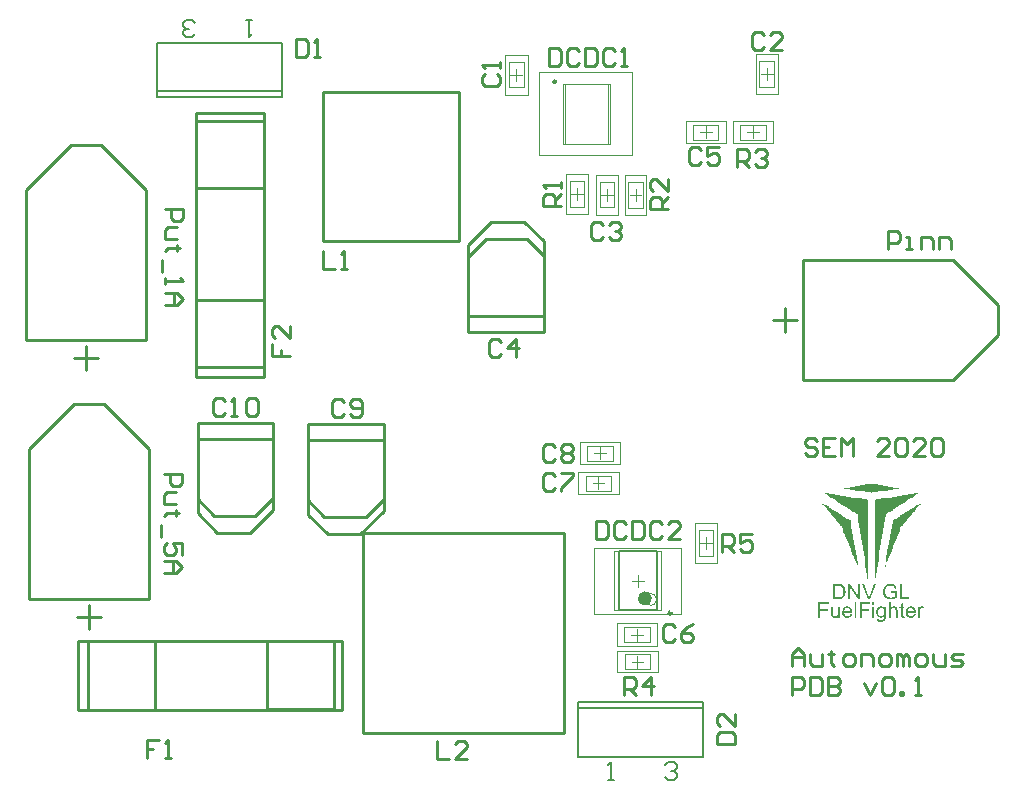
<source format=gto>
G04*
G04 #@! TF.GenerationSoftware,Altium Limited,Altium Designer,19.1.8 (144)*
G04*
G04 Layer_Color=65535*
%FSLAX25Y25*%
%MOIN*%
G70*
G01*
G75*
%ADD10C,0.02362*%
%ADD11C,0.00984*%
%ADD12C,0.01000*%
%ADD13C,0.00787*%
%ADD14C,0.00394*%
%ADD15C,0.00591*%
%ADD16C,0.00197*%
G36*
X283678Y100065D02*
X285432D01*
Y99773D01*
X287185D01*
Y99481D01*
X288939D01*
Y99189D01*
X290692D01*
Y98896D01*
X292446D01*
Y98604D01*
X290692D01*
Y98312D01*
X288939D01*
Y98019D01*
X287185D01*
Y97727D01*
X285432D01*
Y97435D01*
X283678D01*
Y97143D01*
X283093D01*
Y97435D01*
X281340D01*
Y97727D01*
X279586D01*
Y98019D01*
X277833D01*
Y98312D01*
X276079D01*
Y98604D01*
X274325D01*
Y98896D01*
X276079D01*
Y99189D01*
X277833D01*
Y99481D01*
X279586D01*
Y99773D01*
X281340D01*
Y100065D01*
X283093D01*
Y100358D01*
X283678D01*
Y100065D01*
D02*
G37*
G36*
X299753Y93343D02*
X299461D01*
Y93051D01*
X299168D01*
Y92759D01*
X298876D01*
Y92466D01*
X298584D01*
Y92174D01*
X298291D01*
Y91882D01*
Y91589D01*
X297999D01*
Y91297D01*
X297707D01*
Y91005D01*
X297415D01*
Y90713D01*
X297122D01*
Y90420D01*
X296830D01*
Y90128D01*
Y89836D01*
X296538D01*
Y89544D01*
X296246D01*
Y89251D01*
X295953D01*
Y88959D01*
X295661D01*
Y88667D01*
X295369D01*
Y88375D01*
Y88082D01*
X295076D01*
Y87790D01*
X294784D01*
Y87498D01*
X294492D01*
Y87205D01*
X294200D01*
Y86913D01*
X293907D01*
Y86621D01*
Y86329D01*
X293615D01*
Y86036D01*
X293323D01*
Y85744D01*
X293031D01*
Y85452D01*
Y85159D01*
Y84867D01*
X292738D01*
Y84575D01*
Y84283D01*
X292446D01*
Y83990D01*
Y83698D01*
Y83406D01*
X292154D01*
Y83114D01*
Y82821D01*
X291862D01*
Y82529D01*
Y82237D01*
Y81945D01*
X291569D01*
Y81652D01*
Y81360D01*
X291277D01*
Y81068D01*
Y80775D01*
Y80483D01*
X290985D01*
Y80191D01*
Y79899D01*
X290692D01*
Y79606D01*
Y79314D01*
Y79022D01*
X290400D01*
Y78729D01*
Y78437D01*
X290108D01*
Y78145D01*
Y77853D01*
Y77560D01*
X289816D01*
Y77268D01*
Y76976D01*
X289523D01*
Y76684D01*
Y76391D01*
Y76099D01*
X289231D01*
Y75807D01*
Y75515D01*
X288939D01*
Y75222D01*
Y74930D01*
Y74638D01*
X288647D01*
Y74345D01*
Y74053D01*
X288354D01*
Y73761D01*
Y73469D01*
Y73176D01*
X288062D01*
Y73469D01*
Y73761D01*
Y74053D01*
Y74345D01*
Y74638D01*
Y74930D01*
X288354D01*
Y75222D01*
Y75515D01*
Y75807D01*
Y76099D01*
Y76391D01*
Y76684D01*
X288647D01*
Y76976D01*
Y77268D01*
Y77560D01*
Y77853D01*
Y78145D01*
Y78437D01*
X288939D01*
Y78729D01*
Y79022D01*
Y79314D01*
Y79606D01*
Y79899D01*
X289231D01*
Y80191D01*
Y80483D01*
Y80775D01*
Y81068D01*
Y81360D01*
Y81652D01*
X289523D01*
Y81945D01*
Y82237D01*
Y82529D01*
Y82821D01*
Y83114D01*
Y83406D01*
X289816D01*
Y83698D01*
Y83990D01*
Y84283D01*
Y84575D01*
Y84867D01*
Y85159D01*
X290108D01*
Y85452D01*
Y85744D01*
Y86036D01*
Y86329D01*
Y86621D01*
Y86913D01*
X290400D01*
Y87205D01*
Y87498D01*
Y87790D01*
Y88082D01*
X290985D01*
Y88375D01*
X291277D01*
Y88667D01*
X291862D01*
Y88959D01*
X292154D01*
Y89251D01*
X292738D01*
Y89544D01*
X293031D01*
Y89836D01*
X293615D01*
Y90128D01*
X294200D01*
Y90420D01*
X294492D01*
Y90713D01*
X295076D01*
Y91005D01*
X295369D01*
Y91297D01*
X295953D01*
Y91589D01*
X296246D01*
Y91882D01*
X296830D01*
Y92174D01*
X297415D01*
Y92466D01*
X297707D01*
Y92759D01*
X298291D01*
Y93051D01*
X298584D01*
Y93343D01*
X299168D01*
Y93635D01*
X299753D01*
Y93343D01*
D02*
G37*
G36*
X267603D02*
X268187D01*
Y93051D01*
X268480D01*
Y92759D01*
X269064D01*
Y92466D01*
X269357D01*
Y92174D01*
X269941D01*
Y91882D01*
X270233D01*
Y91589D01*
X270818D01*
Y91297D01*
X271403D01*
Y91005D01*
X271695D01*
Y90713D01*
X272279D01*
Y90420D01*
X272572D01*
Y90128D01*
X273156D01*
Y89836D01*
X273448D01*
Y89544D01*
X274033D01*
Y89251D01*
X274618D01*
Y88959D01*
X274910D01*
Y88667D01*
X275494D01*
Y88375D01*
X275787D01*
Y88082D01*
X276371D01*
Y87790D01*
Y87498D01*
Y87205D01*
Y86913D01*
X276663D01*
Y86621D01*
Y86329D01*
Y86036D01*
Y85744D01*
Y85452D01*
Y85159D01*
X276956D01*
Y84867D01*
Y84575D01*
Y84283D01*
Y83990D01*
Y83698D01*
Y83406D01*
X277248D01*
Y83114D01*
Y82821D01*
Y82529D01*
Y82237D01*
Y81945D01*
Y81652D01*
X277540D01*
Y81360D01*
Y81068D01*
Y80775D01*
Y80483D01*
Y80191D01*
Y79899D01*
X277833D01*
Y79606D01*
Y79314D01*
Y79022D01*
Y78729D01*
Y78437D01*
Y78145D01*
X278125D01*
Y77853D01*
Y77560D01*
Y77268D01*
Y76976D01*
Y76684D01*
Y76391D01*
X278417D01*
Y76099D01*
Y75807D01*
Y75515D01*
Y75222D01*
Y74930D01*
Y74638D01*
X278709D01*
Y74345D01*
Y74053D01*
Y73761D01*
Y73469D01*
Y73176D01*
X278417D01*
Y73469D01*
Y73761D01*
X278125D01*
Y74053D01*
Y74345D01*
Y74638D01*
X277833D01*
Y74930D01*
Y75222D01*
X277540D01*
Y75515D01*
Y75807D01*
Y76099D01*
X277248D01*
Y76391D01*
Y76684D01*
X276956D01*
Y76976D01*
Y77268D01*
Y77560D01*
X276663D01*
Y77853D01*
Y78145D01*
X276371D01*
Y78437D01*
Y78729D01*
Y79022D01*
X276079D01*
Y79314D01*
Y79606D01*
X275787D01*
Y79899D01*
Y80191D01*
Y80483D01*
X275494D01*
Y80775D01*
Y81068D01*
X275202D01*
Y81360D01*
Y81652D01*
Y81945D01*
X274910D01*
Y82237D01*
Y82529D01*
X274618D01*
Y82821D01*
Y83114D01*
Y83406D01*
X274325D01*
Y83698D01*
Y83990D01*
X274033D01*
Y84283D01*
Y84575D01*
Y84867D01*
X273741D01*
Y85159D01*
Y85452D01*
X273448D01*
Y85744D01*
Y86036D01*
X273156D01*
Y86329D01*
X272864D01*
Y86621D01*
Y86913D01*
X272572D01*
Y87205D01*
X272279D01*
Y87498D01*
X271987D01*
Y87790D01*
X271695D01*
Y88082D01*
X271403D01*
Y88375D01*
Y88667D01*
X271110D01*
Y88959D01*
X270818D01*
Y89251D01*
X270526D01*
Y89544D01*
X270233D01*
Y89836D01*
X269941D01*
Y90128D01*
Y90420D01*
X269649D01*
Y90713D01*
X269357D01*
Y91005D01*
X269064D01*
Y91297D01*
X268772D01*
Y91589D01*
X268480D01*
Y91882D01*
Y92174D01*
X268187D01*
Y92466D01*
X267895D01*
Y92759D01*
X267603D01*
Y93051D01*
X267311D01*
Y93343D01*
X267018D01*
Y93635D01*
X267603D01*
Y93343D01*
D02*
G37*
G36*
X288062Y72884D02*
Y72592D01*
X287770D01*
Y72884D01*
Y73176D01*
X288062D01*
Y72884D01*
D02*
G37*
G36*
X279001Y72592D02*
Y72299D01*
X278709D01*
Y72592D01*
Y72884D01*
X279001D01*
Y72592D01*
D02*
G37*
G36*
X298876Y96850D02*
X298291D01*
Y96558D01*
X297999D01*
Y96266D01*
X297415D01*
Y95973D01*
X297122D01*
Y95681D01*
X296538D01*
Y95389D01*
X296246D01*
Y95097D01*
X295661D01*
Y94804D01*
X295369D01*
Y94512D01*
X294784D01*
Y94220D01*
X294492D01*
Y93928D01*
X293907D01*
Y93635D01*
X293323D01*
Y93343D01*
X293031D01*
Y93051D01*
X292446D01*
Y92759D01*
X292154D01*
Y92466D01*
X291569D01*
Y92174D01*
X291277D01*
Y91882D01*
X290692D01*
Y91589D01*
X290400D01*
Y91297D01*
X289816D01*
Y91005D01*
X289523D01*
Y90713D01*
X288939D01*
Y90420D01*
X288647D01*
Y90128D01*
X288062D01*
Y89836D01*
Y89544D01*
Y89251D01*
X287770D01*
Y88959D01*
Y88667D01*
Y88375D01*
Y88082D01*
Y87790D01*
Y87498D01*
X287477D01*
Y87205D01*
Y86913D01*
Y86621D01*
Y86329D01*
Y86036D01*
Y85744D01*
Y85452D01*
X287185D01*
Y85159D01*
Y84867D01*
Y84575D01*
Y84283D01*
Y83990D01*
Y83698D01*
X286893D01*
Y83406D01*
Y83114D01*
Y82821D01*
Y82529D01*
Y82237D01*
Y81945D01*
X286601D01*
Y81652D01*
Y81360D01*
Y81068D01*
Y80775D01*
Y80483D01*
Y80191D01*
Y79899D01*
X286308D01*
Y79606D01*
Y79314D01*
Y79022D01*
Y78729D01*
Y78437D01*
Y78145D01*
X286016D01*
Y77853D01*
Y77560D01*
Y77268D01*
Y76976D01*
Y76684D01*
Y76391D01*
Y76099D01*
X285724D01*
Y75807D01*
Y75515D01*
Y75222D01*
Y74930D01*
Y74638D01*
Y74345D01*
X285432D01*
Y74053D01*
Y73761D01*
Y73469D01*
Y73176D01*
Y72884D01*
Y72592D01*
X285139D01*
Y72299D01*
Y72007D01*
Y71715D01*
Y71423D01*
Y71130D01*
Y70838D01*
Y70546D01*
X284847D01*
Y70254D01*
Y69961D01*
Y69669D01*
Y69377D01*
Y69085D01*
Y68792D01*
X284555D01*
Y69085D01*
Y69377D01*
Y69669D01*
Y69961D01*
Y70254D01*
Y70546D01*
Y70838D01*
Y71130D01*
Y71423D01*
Y71715D01*
Y72007D01*
Y72299D01*
Y72592D01*
Y72884D01*
Y73176D01*
Y73469D01*
Y73761D01*
Y74053D01*
Y74345D01*
Y74638D01*
Y74930D01*
Y75222D01*
Y75515D01*
Y75807D01*
Y76099D01*
Y76391D01*
Y76684D01*
Y76976D01*
Y77268D01*
Y77560D01*
Y77853D01*
Y78145D01*
Y78437D01*
Y78729D01*
Y79022D01*
Y79314D01*
Y79606D01*
Y79899D01*
Y80191D01*
Y80483D01*
Y80775D01*
Y81068D01*
Y81360D01*
Y81652D01*
Y81945D01*
Y82237D01*
Y82529D01*
Y82821D01*
Y83114D01*
Y83406D01*
Y83698D01*
Y83990D01*
Y84283D01*
Y84575D01*
Y84867D01*
Y85159D01*
Y85452D01*
Y85744D01*
Y86036D01*
Y86329D01*
Y86621D01*
Y86913D01*
Y87205D01*
Y87498D01*
Y87790D01*
Y88082D01*
Y88375D01*
Y88667D01*
Y88959D01*
Y89251D01*
Y89544D01*
Y89836D01*
Y90128D01*
Y90420D01*
Y90713D01*
Y91005D01*
Y91297D01*
Y91589D01*
Y91882D01*
Y92174D01*
Y92466D01*
Y92759D01*
Y93051D01*
Y93343D01*
Y93635D01*
Y93928D01*
Y94220D01*
Y94512D01*
Y94804D01*
X284847D01*
Y95097D01*
X286601D01*
Y95389D01*
X288354D01*
Y95681D01*
X290108D01*
Y95973D01*
X291862D01*
Y96266D01*
X293615D01*
Y96558D01*
X295661D01*
Y96850D01*
X297415D01*
Y97143D01*
X298876D01*
Y96850D01*
D02*
G37*
G36*
X269357D02*
X271110D01*
Y96558D01*
X272864D01*
Y96266D01*
X274910D01*
Y95973D01*
X276663D01*
Y95681D01*
X278417D01*
Y95389D01*
X280171D01*
Y95097D01*
X281924D01*
Y94804D01*
X282217D01*
Y94512D01*
Y94220D01*
Y93928D01*
Y93635D01*
Y93343D01*
Y93051D01*
Y92759D01*
Y92466D01*
Y92174D01*
Y91882D01*
Y91589D01*
Y91297D01*
Y91005D01*
Y90713D01*
Y90420D01*
Y90128D01*
Y89836D01*
Y89544D01*
Y89251D01*
Y88959D01*
Y88667D01*
Y88375D01*
Y88082D01*
Y87790D01*
Y87498D01*
Y87205D01*
Y86913D01*
Y86621D01*
Y86329D01*
Y86036D01*
Y85744D01*
Y85452D01*
Y85159D01*
Y84867D01*
Y84575D01*
Y84283D01*
Y83990D01*
Y83698D01*
Y83406D01*
Y83114D01*
Y82821D01*
Y82529D01*
Y82237D01*
Y81945D01*
Y81652D01*
Y81360D01*
Y81068D01*
Y80775D01*
Y80483D01*
Y80191D01*
Y79899D01*
Y79606D01*
Y79314D01*
Y79022D01*
Y78729D01*
Y78437D01*
Y78145D01*
Y77853D01*
Y77560D01*
Y77268D01*
Y76976D01*
Y76684D01*
Y76391D01*
Y76099D01*
Y75807D01*
Y75515D01*
Y75222D01*
Y74930D01*
Y74638D01*
Y74345D01*
Y74053D01*
Y73761D01*
Y73469D01*
Y73176D01*
Y72884D01*
Y72592D01*
Y72299D01*
Y72007D01*
Y71715D01*
Y71423D01*
Y71130D01*
Y70838D01*
Y70546D01*
Y70254D01*
Y69961D01*
Y69669D01*
Y69377D01*
Y69085D01*
Y68792D01*
Y68500D01*
X281924D01*
Y68792D01*
Y69085D01*
Y69377D01*
Y69669D01*
Y69961D01*
Y70254D01*
Y70546D01*
X281632D01*
Y70838D01*
Y71130D01*
Y71423D01*
Y71715D01*
Y72007D01*
Y72299D01*
X281340D01*
Y72592D01*
Y72884D01*
Y73176D01*
Y73469D01*
Y73761D01*
Y74053D01*
Y74345D01*
X281047D01*
Y74638D01*
Y74930D01*
Y75222D01*
Y75515D01*
Y75807D01*
Y76099D01*
X280755D01*
Y76391D01*
Y76684D01*
Y76976D01*
Y77268D01*
Y77560D01*
Y77853D01*
X280463D01*
Y78145D01*
Y78437D01*
Y78729D01*
Y79022D01*
Y79314D01*
Y79606D01*
Y79899D01*
X280171D01*
Y80191D01*
Y80483D01*
Y80775D01*
Y81068D01*
Y81360D01*
Y81652D01*
X279878D01*
Y81945D01*
Y82237D01*
Y82529D01*
Y82821D01*
Y83114D01*
Y83406D01*
Y83698D01*
X279586D01*
Y83990D01*
Y84283D01*
Y84575D01*
Y84867D01*
Y85159D01*
Y85452D01*
X279294D01*
Y85744D01*
Y86036D01*
Y86329D01*
Y86621D01*
Y86913D01*
Y87205D01*
X279001D01*
Y87498D01*
Y87790D01*
Y88082D01*
Y88375D01*
Y88667D01*
Y88959D01*
Y89251D01*
X278709D01*
Y89544D01*
Y89836D01*
Y90128D01*
X278125D01*
Y90420D01*
X277833D01*
Y90713D01*
X277248D01*
Y91005D01*
X276956D01*
Y91297D01*
X276371D01*
Y91589D01*
X276079D01*
Y91882D01*
X275494D01*
Y92174D01*
X275202D01*
Y92466D01*
X274618D01*
Y92759D01*
X274033D01*
Y93051D01*
X273741D01*
Y93343D01*
X273156D01*
Y93635D01*
X272864D01*
Y93928D01*
X272279D01*
Y94220D01*
X271987D01*
Y94512D01*
X271403D01*
Y94804D01*
X271110D01*
Y95097D01*
X270526D01*
Y95389D01*
X270233D01*
Y95681D01*
X269649D01*
Y95973D01*
X269357D01*
Y96266D01*
X268772D01*
Y96558D01*
X268480D01*
Y96850D01*
X267895D01*
Y97143D01*
X269357D01*
Y96850D01*
D02*
G37*
G36*
X289878Y66947D02*
X289936D01*
X290074Y66932D01*
X290228Y66910D01*
X290388Y66874D01*
X290563Y66830D01*
X290731Y66772D01*
X290738D01*
X290752Y66764D01*
X290774Y66757D01*
X290803Y66742D01*
X290884Y66699D01*
X290986Y66648D01*
X291095Y66575D01*
X291212Y66487D01*
X291321Y66392D01*
X291423Y66276D01*
X291438Y66261D01*
X291467Y66217D01*
X291511Y66152D01*
X291569Y66057D01*
X291627Y65940D01*
X291693Y65795D01*
X291758Y65634D01*
X291810Y65452D01*
X291204Y65292D01*
Y65299D01*
X291197Y65306D01*
X291190Y65328D01*
X291182Y65357D01*
X291161Y65423D01*
X291131Y65510D01*
X291088Y65612D01*
X291037Y65707D01*
X290986Y65809D01*
X290920Y65897D01*
X290913Y65904D01*
X290891Y65933D01*
X290847Y65970D01*
X290796Y66021D01*
X290731Y66079D01*
X290643Y66137D01*
X290548Y66196D01*
X290439Y66247D01*
X290424Y66254D01*
X290388Y66268D01*
X290322Y66290D01*
X290235Y66320D01*
X290133Y66341D01*
X290016Y66363D01*
X289885Y66378D01*
X289746Y66385D01*
X289666D01*
X289630Y66378D01*
X289586D01*
X289477Y66370D01*
X289353Y66349D01*
X289214Y66327D01*
X289083Y66290D01*
X288952Y66239D01*
X288937Y66232D01*
X288893Y66217D01*
X288835Y66181D01*
X288762Y66145D01*
X288675Y66086D01*
X288580Y66028D01*
X288492Y65955D01*
X288412Y65875D01*
X288405Y65868D01*
X288376Y65838D01*
X288339Y65787D01*
X288296Y65729D01*
X288245Y65656D01*
X288194Y65569D01*
X288143Y65474D01*
X288092Y65372D01*
Y65364D01*
X288084Y65350D01*
X288077Y65328D01*
X288062Y65292D01*
X288048Y65248D01*
X288033Y65197D01*
X288011Y65139D01*
X287997Y65073D01*
X287960Y64920D01*
X287931Y64745D01*
X287909Y64563D01*
X287902Y64359D01*
Y64351D01*
Y64329D01*
Y64293D01*
X287909Y64249D01*
Y64191D01*
X287917Y64118D01*
X287924Y64045D01*
X287931Y63965D01*
X287960Y63783D01*
X287997Y63593D01*
X288055Y63403D01*
X288128Y63221D01*
Y63214D01*
X288143Y63199D01*
X288150Y63178D01*
X288172Y63148D01*
X288223Y63068D01*
X288303Y62966D01*
X288398Y62857D01*
X288514Y62747D01*
X288653Y62645D01*
X288806Y62551D01*
X288813D01*
X288828Y62543D01*
X288850Y62529D01*
X288886Y62514D01*
X288923Y62499D01*
X288974Y62485D01*
X289090Y62441D01*
X289236Y62405D01*
X289397Y62368D01*
X289571Y62339D01*
X289754Y62332D01*
X289827D01*
X289870Y62339D01*
X289914D01*
X290023Y62354D01*
X290155Y62368D01*
X290293Y62397D01*
X290446Y62441D01*
X290599Y62492D01*
X290607D01*
X290621Y62499D01*
X290636Y62507D01*
X290665Y62521D01*
X290745Y62558D01*
X290833Y62602D01*
X290935Y62653D01*
X291044Y62711D01*
X291146Y62777D01*
X291233Y62849D01*
Y63797D01*
X289746D01*
Y64395D01*
X291890D01*
Y62521D01*
X291882Y62514D01*
X291868Y62507D01*
X291839Y62485D01*
X291802Y62456D01*
X291758Y62427D01*
X291707Y62390D01*
X291642Y62347D01*
X291576Y62303D01*
X291423Y62208D01*
X291248Y62106D01*
X291066Y62011D01*
X290869Y61931D01*
X290862D01*
X290847Y61924D01*
X290818Y61916D01*
X290782Y61902D01*
X290731Y61887D01*
X290672Y61865D01*
X290607Y61851D01*
X290541Y61836D01*
X290381Y61800D01*
X290198Y61763D01*
X290002Y61741D01*
X289797Y61734D01*
X289724D01*
X289673Y61741D01*
X289608D01*
X289528Y61749D01*
X289440Y61763D01*
X289345Y61771D01*
X289134Y61814D01*
X288908Y61865D01*
X288675Y61945D01*
X288558Y61989D01*
X288441Y62048D01*
X288434Y62055D01*
X288412Y62062D01*
X288383Y62084D01*
X288339Y62106D01*
X288288Y62142D01*
X288237Y62179D01*
X288099Y62281D01*
X287953Y62412D01*
X287800Y62572D01*
X287654Y62755D01*
X287523Y62966D01*
Y62973D01*
X287508Y62995D01*
X287494Y63024D01*
X287472Y63076D01*
X287450Y63126D01*
X287428Y63199D01*
X287399Y63272D01*
X287370Y63360D01*
X287341Y63455D01*
X287312Y63564D01*
X287290Y63673D01*
X287268Y63790D01*
X287231Y64045D01*
X287217Y64315D01*
Y64322D01*
Y64351D01*
Y64388D01*
X287224Y64439D01*
Y64504D01*
X287231Y64584D01*
X287246Y64665D01*
X287253Y64759D01*
X287275Y64862D01*
X287290Y64971D01*
X287348Y65204D01*
X287421Y65445D01*
X287523Y65685D01*
X287530Y65693D01*
X287538Y65714D01*
X287552Y65744D01*
X287581Y65787D01*
X287610Y65846D01*
X287647Y65904D01*
X287749Y66043D01*
X287873Y66203D01*
X288026Y66356D01*
X288201Y66509D01*
X288303Y66575D01*
X288405Y66640D01*
X288412Y66648D01*
X288434Y66655D01*
X288463Y66669D01*
X288507Y66691D01*
X288565Y66713D01*
X288631Y66742D01*
X288704Y66772D01*
X288791Y66801D01*
X288886Y66830D01*
X288988Y66852D01*
X289098Y66881D01*
X289214Y66903D01*
X289469Y66939D01*
X289601Y66954D01*
X289834D01*
X289878Y66947D01*
D02*
G37*
G36*
X279606Y61822D02*
X278913D01*
X276274Y65780D01*
Y61822D01*
X275633D01*
Y66866D01*
X276318D01*
X278964Y62901D01*
Y66866D01*
X279606D01*
Y61822D01*
D02*
G37*
G36*
X282857D02*
X282157D01*
X280204Y66866D01*
X280933D01*
X282245Y63199D01*
Y63192D01*
X282252Y63178D01*
X282259Y63156D01*
X282274Y63126D01*
X282281Y63083D01*
X282296Y63039D01*
X282332Y62930D01*
X282376Y62806D01*
X282420Y62667D01*
X282507Y62376D01*
Y62383D01*
X282515Y62397D01*
X282522Y62419D01*
X282529Y62449D01*
X282551Y62529D01*
X282588Y62638D01*
X282624Y62762D01*
X282668Y62901D01*
X282719Y63046D01*
X282777Y63199D01*
X284148Y66866D01*
X284826D01*
X282857Y61822D01*
D02*
G37*
G36*
X293515Y62419D02*
X296001D01*
Y61822D01*
X292845D01*
Y66866D01*
X293515D01*
Y62419D01*
D02*
G37*
G36*
X272622Y66859D02*
X272768Y66852D01*
X272914Y66837D01*
X273060Y66815D01*
X273183Y66793D01*
X273191D01*
X273205Y66786D01*
X273227D01*
X273256Y66772D01*
X273337Y66750D01*
X273439Y66713D01*
X273555Y66662D01*
X273679Y66597D01*
X273803Y66524D01*
X273920Y66429D01*
X273927Y66422D01*
X273934Y66414D01*
X273956Y66392D01*
X273985Y66370D01*
X274058Y66298D01*
X274146Y66196D01*
X274240Y66072D01*
X274343Y65926D01*
X274437Y65758D01*
X274518Y65569D01*
Y65561D01*
X274525Y65547D01*
X274539Y65518D01*
X274547Y65474D01*
X274569Y65423D01*
X274583Y65364D01*
X274598Y65299D01*
X274620Y65219D01*
X274641Y65139D01*
X274656Y65044D01*
X274693Y64840D01*
X274714Y64614D01*
X274722Y64366D01*
Y64359D01*
Y64344D01*
Y64307D01*
Y64271D01*
X274714Y64220D01*
Y64162D01*
X274707Y64023D01*
X274685Y63863D01*
X274663Y63695D01*
X274627Y63520D01*
X274583Y63345D01*
Y63338D01*
X274576Y63323D01*
X274569Y63301D01*
X274561Y63272D01*
X274532Y63192D01*
X274488Y63090D01*
X274445Y62973D01*
X274386Y62857D01*
X274313Y62733D01*
X274240Y62616D01*
X274233Y62602D01*
X274204Y62565D01*
X274160Y62514D01*
X274102Y62449D01*
X274036Y62376D01*
X273956Y62303D01*
X273876Y62222D01*
X273781Y62157D01*
X273767Y62150D01*
X273738Y62128D01*
X273687Y62099D01*
X273614Y62062D01*
X273526Y62018D01*
X273424Y61982D01*
X273307Y61938D01*
X273176Y61902D01*
X273162D01*
X273140Y61895D01*
X273118Y61887D01*
X273045Y61880D01*
X272943Y61865D01*
X272826Y61851D01*
X272688Y61836D01*
X272535Y61829D01*
X272367Y61822D01*
X270552D01*
Y66866D01*
X272491D01*
X272622Y66859D01*
D02*
G37*
G36*
X284221Y60018D02*
X283601D01*
Y60725D01*
X284221D01*
Y60018D01*
D02*
G37*
G36*
X300353Y59413D02*
X300433Y59398D01*
X300528Y59369D01*
X300630Y59333D01*
X300747Y59282D01*
X300871Y59216D01*
X300645Y58648D01*
X300638Y58655D01*
X300608Y58669D01*
X300565Y58691D01*
X300506Y58713D01*
X300441Y58735D01*
X300361Y58757D01*
X300280Y58771D01*
X300200Y58779D01*
X300164D01*
X300127Y58771D01*
X300076Y58764D01*
X300025Y58750D01*
X299960Y58728D01*
X299894Y58698D01*
X299836Y58655D01*
X299829Y58648D01*
X299807Y58633D01*
X299785Y58604D01*
X299748Y58567D01*
X299712Y58516D01*
X299675Y58458D01*
X299639Y58392D01*
X299610Y58312D01*
X299603Y58298D01*
X299595Y58254D01*
X299581Y58188D01*
X299559Y58101D01*
X299537Y57991D01*
X299522Y57867D01*
X299515Y57736D01*
X299508Y57591D01*
Y55681D01*
X298888D01*
Y59340D01*
X299449D01*
Y58786D01*
X299457Y58793D01*
X299486Y58844D01*
X299522Y58910D01*
X299581Y58990D01*
X299639Y59070D01*
X299705Y59158D01*
X299770Y59231D01*
X299836Y59289D01*
X299843Y59296D01*
X299865Y59311D01*
X299909Y59333D01*
X299952Y59355D01*
X300011Y59377D01*
X300084Y59398D01*
X300156Y59413D01*
X300237Y59420D01*
X300288D01*
X300353Y59413D01*
D02*
G37*
G36*
X272834Y55681D02*
X272280D01*
Y56213D01*
X272272Y56205D01*
X272258Y56183D01*
X272236Y56154D01*
X272199Y56118D01*
X272156Y56074D01*
X272105Y56016D01*
X272046Y55965D01*
X271973Y55906D01*
X271893Y55848D01*
X271806Y55797D01*
X271711Y55746D01*
X271609Y55695D01*
X271492Y55659D01*
X271376Y55629D01*
X271244Y55608D01*
X271113Y55600D01*
X271062D01*
X270996Y55608D01*
X270916Y55615D01*
X270821Y55629D01*
X270720Y55651D01*
X270617Y55681D01*
X270508Y55724D01*
X270494Y55731D01*
X270464Y55746D01*
X270413Y55775D01*
X270355Y55812D01*
X270282Y55855D01*
X270216Y55906D01*
X270151Y55965D01*
X270093Y56030D01*
X270085Y56038D01*
X270071Y56067D01*
X270049Y56103D01*
X270020Y56162D01*
X269983Y56227D01*
X269954Y56307D01*
X269925Y56395D01*
X269903Y56490D01*
Y56497D01*
X269896Y56526D01*
X269888Y56570D01*
Y56628D01*
X269881Y56716D01*
X269874Y56810D01*
X269867Y56934D01*
Y57073D01*
Y59340D01*
X270486D01*
Y57306D01*
Y57299D01*
Y57284D01*
Y57262D01*
Y57226D01*
Y57146D01*
X270494Y57044D01*
Y56934D01*
X270501Y56825D01*
X270508Y56730D01*
X270523Y56650D01*
Y56643D01*
X270537Y56614D01*
X270552Y56570D01*
X270574Y56511D01*
X270610Y56453D01*
X270654Y56388D01*
X270705Y56329D01*
X270771Y56271D01*
X270778Y56264D01*
X270807Y56249D01*
X270843Y56227D01*
X270902Y56205D01*
X270967Y56176D01*
X271047Y56154D01*
X271135Y56140D01*
X271237Y56133D01*
X271288D01*
X271339Y56140D01*
X271405Y56147D01*
X271485Y56169D01*
X271572Y56191D01*
X271667Y56227D01*
X271762Y56271D01*
X271777Y56278D01*
X271806Y56300D01*
X271849Y56329D01*
X271901Y56373D01*
X271959Y56431D01*
X272017Y56497D01*
X272068Y56570D01*
X272112Y56657D01*
X272119Y56672D01*
X272127Y56701D01*
X272141Y56759D01*
X272163Y56840D01*
X272185Y56942D01*
X272199Y57066D01*
X272207Y57211D01*
X272214Y57379D01*
Y59340D01*
X272834D01*
Y55681D01*
D02*
G37*
G36*
X289710Y58917D02*
X289717Y58925D01*
X289732Y58939D01*
X289754Y58961D01*
X289790Y58997D01*
X289827Y59034D01*
X289878Y59078D01*
X289943Y59121D01*
X290009Y59172D01*
X290082Y59216D01*
X290162Y59260D01*
X290352Y59340D01*
X290454Y59377D01*
X290563Y59398D01*
X290680Y59413D01*
X290796Y59420D01*
X290862D01*
X290942Y59413D01*
X291037Y59398D01*
X291146Y59384D01*
X291263Y59355D01*
X291379Y59311D01*
X291496Y59260D01*
X291511Y59253D01*
X291547Y59231D01*
X291598Y59194D01*
X291664Y59143D01*
X291729Y59078D01*
X291802Y59005D01*
X291868Y58917D01*
X291926Y58815D01*
X291933Y58801D01*
X291948Y58764D01*
X291970Y58698D01*
X291992Y58604D01*
X292014Y58487D01*
X292035Y58349D01*
X292050Y58181D01*
X292057Y57991D01*
Y55681D01*
X291438D01*
Y57999D01*
Y58006D01*
Y58021D01*
Y58042D01*
Y58072D01*
X291430Y58152D01*
X291416Y58254D01*
X291387Y58363D01*
X291350Y58473D01*
X291299Y58582D01*
X291233Y58669D01*
X291226Y58677D01*
X291197Y58706D01*
X291153Y58742D01*
X291088Y58779D01*
X291007Y58823D01*
X290913Y58852D01*
X290796Y58881D01*
X290665Y58888D01*
X290621D01*
X290570Y58881D01*
X290497Y58873D01*
X290424Y58852D01*
X290337Y58830D01*
X290249Y58793D01*
X290155Y58742D01*
X290147Y58735D01*
X290118Y58713D01*
X290074Y58684D01*
X290023Y58640D01*
X289965Y58582D01*
X289907Y58516D01*
X289856Y58436D01*
X289812Y58349D01*
X289805Y58334D01*
X289797Y58305D01*
X289783Y58247D01*
X289761Y58174D01*
X289739Y58079D01*
X289724Y57962D01*
X289717Y57831D01*
X289710Y57678D01*
Y55681D01*
X289090D01*
Y60725D01*
X289710D01*
Y58917D01*
D02*
G37*
G36*
X284221Y55681D02*
X283601D01*
Y59340D01*
X284221D01*
Y55681D01*
D02*
G37*
G36*
X282814Y60127D02*
X280073D01*
Y58567D01*
X282442D01*
Y57969D01*
X280073D01*
Y55681D01*
X279402D01*
Y60725D01*
X282814D01*
Y60127D01*
D02*
G37*
G36*
X278330Y55681D02*
X277711D01*
Y60725D01*
X278330D01*
Y55681D01*
D02*
G37*
G36*
X269094Y60127D02*
X266353D01*
Y58567D01*
X268722D01*
Y57969D01*
X266353D01*
Y55681D01*
X265682D01*
Y60725D01*
X269094D01*
Y60127D01*
D02*
G37*
G36*
X293734Y59340D02*
X294361D01*
Y58859D01*
X293734D01*
Y56708D01*
Y56694D01*
Y56665D01*
Y56621D01*
X293741Y56570D01*
X293749Y56453D01*
X293756Y56402D01*
X293763Y56366D01*
X293771Y56351D01*
X293792Y56322D01*
X293822Y56286D01*
X293872Y56249D01*
X293887Y56242D01*
X293923Y56227D01*
X293989Y56213D01*
X294084Y56205D01*
X294157D01*
X294193Y56213D01*
X294244D01*
X294303Y56220D01*
X294361Y56227D01*
X294441Y55681D01*
X294427D01*
X294397Y55673D01*
X294346Y55666D01*
X294281Y55659D01*
X294208Y55644D01*
X294128Y55637D01*
X293967Y55629D01*
X293909D01*
X293851Y55637D01*
X293778Y55644D01*
X293690Y55651D01*
X293603Y55673D01*
X293523Y55695D01*
X293442Y55731D01*
X293435Y55739D01*
X293413Y55753D01*
X293384Y55775D01*
X293340Y55812D01*
X293304Y55848D01*
X293260Y55899D01*
X293216Y55950D01*
X293187Y56016D01*
Y56023D01*
X293173Y56052D01*
X293165Y56103D01*
X293151Y56176D01*
X293136Y56271D01*
X293129Y56329D01*
Y56395D01*
X293122Y56475D01*
X293114Y56555D01*
Y56643D01*
Y56745D01*
Y58859D01*
X292655D01*
Y59340D01*
X293114D01*
Y60244D01*
X293734Y60616D01*
Y59340D01*
D02*
G37*
G36*
X296592Y59413D02*
X296650Y59406D01*
X296723Y59391D01*
X296803Y59377D01*
X296898Y59355D01*
X296985Y59333D01*
X297087Y59296D01*
X297182Y59260D01*
X297284Y59209D01*
X297386Y59150D01*
X297488Y59085D01*
X297583Y59005D01*
X297671Y58917D01*
X297678Y58910D01*
X297692Y58895D01*
X297714Y58866D01*
X297744Y58823D01*
X297780Y58771D01*
X297816Y58713D01*
X297860Y58640D01*
X297904Y58553D01*
X297948Y58458D01*
X297991Y58356D01*
X298028Y58239D01*
X298064Y58115D01*
X298093Y57977D01*
X298115Y57831D01*
X298130Y57678D01*
X298137Y57510D01*
Y57503D01*
Y57474D01*
Y57423D01*
X298130Y57350D01*
X295396D01*
Y57343D01*
Y57321D01*
X295403Y57292D01*
Y57248D01*
X295411Y57197D01*
X295425Y57139D01*
X295447Y57007D01*
X295491Y56862D01*
X295549Y56701D01*
X295629Y56555D01*
X295731Y56424D01*
X295739D01*
X295746Y56410D01*
X295790Y56373D01*
X295855Y56322D01*
X295943Y56271D01*
X296059Y56213D01*
X296191Y56162D01*
X296337Y56125D01*
X296417Y56118D01*
X296504Y56111D01*
X296563D01*
X296628Y56118D01*
X296708Y56133D01*
X296796Y56154D01*
X296898Y56183D01*
X296993Y56227D01*
X297087Y56286D01*
X297095Y56293D01*
X297131Y56322D01*
X297175Y56366D01*
X297226Y56424D01*
X297284Y56504D01*
X297350Y56606D01*
X297415Y56723D01*
X297474Y56862D01*
X298115Y56781D01*
Y56774D01*
X298108Y56759D01*
X298101Y56730D01*
X298086Y56687D01*
X298064Y56643D01*
X298042Y56584D01*
X297984Y56460D01*
X297911Y56322D01*
X297809Y56176D01*
X297692Y56038D01*
X297547Y55906D01*
X297539D01*
X297525Y55892D01*
X297503Y55877D01*
X297474Y55855D01*
X297430Y55834D01*
X297386Y55812D01*
X297328Y55783D01*
X297262Y55753D01*
X297189Y55724D01*
X297117Y55695D01*
X296934Y55651D01*
X296730Y55615D01*
X296504Y55600D01*
X296424D01*
X296373Y55608D01*
X296307Y55615D01*
X296227Y55629D01*
X296140Y55644D01*
X296045Y55659D01*
X295841Y55717D01*
X295731Y55761D01*
X295629Y55804D01*
X295520Y55863D01*
X295418Y55928D01*
X295323Y56001D01*
X295229Y56089D01*
X295221Y56096D01*
X295207Y56111D01*
X295185Y56140D01*
X295156Y56183D01*
X295119Y56235D01*
X295083Y56293D01*
X295039Y56366D01*
X294995Y56446D01*
X294951Y56541D01*
X294908Y56643D01*
X294871Y56759D01*
X294835Y56883D01*
X294806Y57015D01*
X294784Y57160D01*
X294769Y57313D01*
X294762Y57474D01*
Y57481D01*
Y57518D01*
Y57561D01*
X294769Y57627D01*
X294777Y57707D01*
X294784Y57795D01*
X294798Y57897D01*
X294820Y57999D01*
X294879Y58232D01*
X294915Y58349D01*
X294959Y58473D01*
X295017Y58589D01*
X295083Y58698D01*
X295156Y58808D01*
X295236Y58910D01*
X295243Y58917D01*
X295258Y58932D01*
X295287Y58954D01*
X295323Y58990D01*
X295367Y59027D01*
X295425Y59070D01*
X295491Y59121D01*
X295571Y59165D01*
X295651Y59216D01*
X295746Y59260D01*
X295848Y59304D01*
X295957Y59340D01*
X296074Y59377D01*
X296198Y59398D01*
X296329Y59413D01*
X296468Y59420D01*
X296541D01*
X296592Y59413D01*
D02*
G37*
G36*
X275422D02*
X275480Y59406D01*
X275553Y59391D01*
X275633Y59377D01*
X275728Y59355D01*
X275815Y59333D01*
X275917Y59296D01*
X276012Y59260D01*
X276114Y59209D01*
X276216Y59150D01*
X276318Y59085D01*
X276413Y59005D01*
X276501Y58917D01*
X276508Y58910D01*
X276522Y58895D01*
X276544Y58866D01*
X276573Y58823D01*
X276610Y58771D01*
X276646Y58713D01*
X276690Y58640D01*
X276734Y58553D01*
X276778Y58458D01*
X276821Y58356D01*
X276858Y58239D01*
X276894Y58115D01*
X276923Y57977D01*
X276945Y57831D01*
X276960Y57678D01*
X276967Y57510D01*
Y57503D01*
Y57474D01*
Y57423D01*
X276960Y57350D01*
X274226D01*
Y57343D01*
Y57321D01*
X274233Y57292D01*
Y57248D01*
X274240Y57197D01*
X274255Y57139D01*
X274277Y57007D01*
X274321Y56862D01*
X274379Y56701D01*
X274459Y56555D01*
X274561Y56424D01*
X274569D01*
X274576Y56410D01*
X274620Y56373D01*
X274685Y56322D01*
X274773Y56271D01*
X274889Y56213D01*
X275021Y56162D01*
X275166Y56125D01*
X275247Y56118D01*
X275334Y56111D01*
X275392D01*
X275458Y56118D01*
X275538Y56133D01*
X275626Y56154D01*
X275728Y56183D01*
X275822Y56227D01*
X275917Y56286D01*
X275924Y56293D01*
X275961Y56322D01*
X276005Y56366D01*
X276056Y56424D01*
X276114Y56504D01*
X276180Y56606D01*
X276245Y56723D01*
X276304Y56862D01*
X276945Y56781D01*
Y56774D01*
X276938Y56759D01*
X276931Y56730D01*
X276916Y56687D01*
X276894Y56643D01*
X276872Y56584D01*
X276814Y56460D01*
X276741Y56322D01*
X276639Y56176D01*
X276522Y56038D01*
X276377Y55906D01*
X276369D01*
X276355Y55892D01*
X276333Y55877D01*
X276304Y55855D01*
X276260Y55834D01*
X276216Y55812D01*
X276158Y55783D01*
X276092Y55753D01*
X276019Y55724D01*
X275946Y55695D01*
X275764Y55651D01*
X275560Y55615D01*
X275334Y55600D01*
X275254D01*
X275203Y55608D01*
X275137Y55615D01*
X275057Y55629D01*
X274970Y55644D01*
X274875Y55659D01*
X274671Y55717D01*
X274561Y55761D01*
X274459Y55804D01*
X274350Y55863D01*
X274248Y55928D01*
X274153Y56001D01*
X274058Y56089D01*
X274051Y56096D01*
X274036Y56111D01*
X274015Y56140D01*
X273985Y56183D01*
X273949Y56235D01*
X273913Y56293D01*
X273869Y56366D01*
X273825Y56446D01*
X273781Y56541D01*
X273738Y56643D01*
X273701Y56759D01*
X273665Y56883D01*
X273636Y57015D01*
X273614Y57160D01*
X273599Y57313D01*
X273592Y57474D01*
Y57481D01*
Y57518D01*
Y57561D01*
X273599Y57627D01*
X273606Y57707D01*
X273614Y57795D01*
X273628Y57897D01*
X273650Y57999D01*
X273708Y58232D01*
X273745Y58349D01*
X273789Y58473D01*
X273847Y58589D01*
X273913Y58698D01*
X273985Y58808D01*
X274066Y58910D01*
X274073Y58917D01*
X274088Y58932D01*
X274117Y58954D01*
X274153Y58990D01*
X274197Y59027D01*
X274255Y59070D01*
X274321Y59121D01*
X274401Y59165D01*
X274481Y59216D01*
X274576Y59260D01*
X274678Y59304D01*
X274787Y59340D01*
X274904Y59377D01*
X275028Y59398D01*
X275159Y59413D01*
X275298Y59420D01*
X275371D01*
X275422Y59413D01*
D02*
G37*
G36*
X286619D02*
X286670Y59406D01*
X286736Y59391D01*
X286808Y59377D01*
X286889Y59355D01*
X286969Y59325D01*
X287056Y59289D01*
X287144Y59245D01*
X287239Y59194D01*
X287326Y59136D01*
X287414Y59063D01*
X287501Y58983D01*
X287581Y58888D01*
Y59340D01*
X288150D01*
Y56176D01*
Y56169D01*
Y56140D01*
Y56096D01*
Y56038D01*
X288143Y55972D01*
Y55892D01*
X288135Y55804D01*
X288128Y55710D01*
X288106Y55513D01*
X288077Y55309D01*
X288055Y55214D01*
X288033Y55126D01*
X288004Y55046D01*
X287975Y54973D01*
Y54966D01*
X287968Y54959D01*
X287938Y54915D01*
X287902Y54849D01*
X287844Y54769D01*
X287764Y54682D01*
X287669Y54587D01*
X287552Y54492D01*
X287421Y54412D01*
X287414D01*
X287406Y54405D01*
X287384Y54390D01*
X287355Y54383D01*
X287319Y54361D01*
X287275Y54346D01*
X287166Y54310D01*
X287035Y54266D01*
X286874Y54237D01*
X286692Y54208D01*
X286495Y54201D01*
X286429D01*
X286386Y54208D01*
X286327D01*
X286269Y54215D01*
X286196Y54223D01*
X286116Y54237D01*
X285948Y54273D01*
X285773Y54325D01*
X285598Y54397D01*
X285438Y54500D01*
X285431Y54507D01*
X285423Y54514D01*
X285372Y54558D01*
X285314Y54623D01*
X285241Y54718D01*
X285168Y54842D01*
X285103Y54995D01*
X285081Y55083D01*
X285066Y55177D01*
X285052Y55272D01*
Y55382D01*
X285657Y55301D01*
Y55287D01*
X285664Y55258D01*
X285679Y55207D01*
X285693Y55141D01*
X285722Y55075D01*
X285759Y55010D01*
X285803Y54944D01*
X285861Y54893D01*
X285875Y54886D01*
X285905Y54864D01*
X285956Y54835D01*
X286029Y54806D01*
X286116Y54769D01*
X286225Y54740D01*
X286356Y54718D01*
X286495Y54711D01*
X286568D01*
X286641Y54718D01*
X286743Y54733D01*
X286845Y54755D01*
X286954Y54784D01*
X287064Y54827D01*
X287158Y54886D01*
X287166Y54893D01*
X287195Y54915D01*
X287239Y54959D01*
X287290Y55010D01*
X287341Y55083D01*
X287392Y55163D01*
X287443Y55258D01*
X287479Y55367D01*
Y55374D01*
X287487Y55404D01*
X287494Y55462D01*
X287501Y55535D01*
X287508Y55586D01*
Y55644D01*
X287516Y55710D01*
Y55783D01*
Y55863D01*
X287523Y55958D01*
Y56052D01*
Y56162D01*
X287516Y56154D01*
X287501Y56140D01*
X287479Y56118D01*
X287450Y56089D01*
X287414Y56052D01*
X287363Y56008D01*
X287304Y55965D01*
X287246Y55921D01*
X287093Y55834D01*
X286925Y55753D01*
X286830Y55724D01*
X286728Y55702D01*
X286619Y55688D01*
X286510Y55681D01*
X286473D01*
X286437Y55688D01*
X286386D01*
X286320Y55695D01*
X286247Y55710D01*
X286167Y55724D01*
X286080Y55746D01*
X285985Y55775D01*
X285890Y55812D01*
X285795Y55855D01*
X285693Y55906D01*
X285598Y55972D01*
X285504Y56045D01*
X285416Y56125D01*
X285336Y56220D01*
X285329Y56227D01*
X285321Y56242D01*
X285299Y56278D01*
X285270Y56315D01*
X285241Y56373D01*
X285205Y56431D01*
X285168Y56504D01*
X285132Y56592D01*
X285095Y56679D01*
X285059Y56781D01*
X285022Y56883D01*
X284993Y57000D01*
X284942Y57248D01*
X284935Y57386D01*
X284928Y57525D01*
Y57532D01*
Y57547D01*
Y57576D01*
Y57612D01*
X284935Y57663D01*
Y57714D01*
X284950Y57846D01*
X284971Y57991D01*
X285008Y58152D01*
X285052Y58319D01*
X285117Y58487D01*
Y58494D01*
X285124Y58509D01*
X285139Y58531D01*
X285154Y58560D01*
X285197Y58640D01*
X285256Y58742D01*
X285336Y58852D01*
X285431Y58961D01*
X285540Y59078D01*
X285664Y59172D01*
X285671D01*
X285679Y59180D01*
X285700Y59194D01*
X285730Y59209D01*
X285803Y59253D01*
X285905Y59296D01*
X286029Y59340D01*
X286174Y59384D01*
X286335Y59413D01*
X286510Y59420D01*
X286575D01*
X286619Y59413D01*
D02*
G37*
%LPC*%
G36*
X272389Y66268D02*
X271222D01*
Y62419D01*
X272418D01*
X272469Y62427D01*
X272578Y62434D01*
X272702Y62441D01*
X272834Y62456D01*
X272965Y62478D01*
X273074Y62507D01*
X273089Y62514D01*
X273125Y62521D01*
X273176Y62543D01*
X273242Y62572D01*
X273315Y62616D01*
X273388Y62660D01*
X273461Y62711D01*
X273533Y62769D01*
X273541Y62784D01*
X273570Y62813D01*
X273614Y62864D01*
X273665Y62937D01*
X273723Y63032D01*
X273789Y63141D01*
X273847Y63265D01*
X273898Y63403D01*
Y63411D01*
X273905Y63425D01*
X273913Y63447D01*
X273920Y63476D01*
X273927Y63513D01*
X273942Y63564D01*
X273956Y63615D01*
X273971Y63673D01*
X273993Y63819D01*
X274015Y63987D01*
X274029Y64176D01*
X274036Y64380D01*
Y64388D01*
Y64417D01*
Y64453D01*
X274029Y64512D01*
Y64577D01*
X274022Y64650D01*
X274015Y64738D01*
X274007Y64825D01*
X273971Y65022D01*
X273927Y65226D01*
X273862Y65416D01*
X273818Y65510D01*
X273774Y65591D01*
Y65598D01*
X273759Y65612D01*
X273745Y65634D01*
X273730Y65663D01*
X273672Y65736D01*
X273599Y65824D01*
X273504Y65919D01*
X273395Y66013D01*
X273271Y66093D01*
X273140Y66159D01*
X273125Y66166D01*
X273089Y66174D01*
X273023Y66196D01*
X272928Y66217D01*
X272812Y66232D01*
X272666Y66254D01*
X272578Y66261D01*
X272484D01*
X272389Y66268D01*
D02*
G37*
G36*
X296475Y58910D02*
X296431D01*
X296402Y58903D01*
X296322Y58895D01*
X296227Y58873D01*
X296111Y58837D01*
X295987Y58786D01*
X295870Y58713D01*
X295753Y58618D01*
X295739Y58604D01*
X295710Y58567D01*
X295659Y58502D01*
X295607Y58414D01*
X295549Y58312D01*
X295498Y58181D01*
X295454Y58028D01*
X295433Y57860D01*
X297481D01*
Y57867D01*
Y57882D01*
X297474Y57904D01*
Y57933D01*
X297459Y58021D01*
X297437Y58115D01*
X297401Y58232D01*
X297364Y58341D01*
X297306Y58451D01*
X297240Y58546D01*
Y58553D01*
X297226Y58560D01*
X297189Y58604D01*
X297124Y58662D01*
X297036Y58728D01*
X296927Y58793D01*
X296796Y58852D01*
X296643Y58895D01*
X296563Y58903D01*
X296475Y58910D01*
D02*
G37*
G36*
X275305D02*
X275261D01*
X275232Y58903D01*
X275152Y58895D01*
X275057Y58873D01*
X274940Y58837D01*
X274816Y58786D01*
X274700Y58713D01*
X274583Y58618D01*
X274569Y58604D01*
X274539Y58567D01*
X274488Y58502D01*
X274437Y58414D01*
X274379Y58312D01*
X274328Y58181D01*
X274284Y58028D01*
X274262Y57860D01*
X276311D01*
Y57867D01*
Y57882D01*
X276304Y57904D01*
Y57933D01*
X276289Y58021D01*
X276267Y58115D01*
X276231Y58232D01*
X276194Y58341D01*
X276136Y58451D01*
X276070Y58546D01*
Y58553D01*
X276056Y58560D01*
X276019Y58604D01*
X275954Y58662D01*
X275866Y58728D01*
X275757Y58793D01*
X275626Y58852D01*
X275473Y58895D01*
X275392Y58903D01*
X275305Y58910D01*
D02*
G37*
G36*
X286634D02*
X286517D01*
X286488Y58903D01*
X286408Y58895D01*
X286313Y58866D01*
X286196Y58830D01*
X286080Y58764D01*
X285963Y58684D01*
X285905Y58626D01*
X285846Y58567D01*
Y58560D01*
X285832Y58553D01*
X285817Y58531D01*
X285803Y58502D01*
X285781Y58473D01*
X285759Y58429D01*
X285730Y58378D01*
X285708Y58319D01*
X285679Y58254D01*
X285649Y58174D01*
X285628Y58094D01*
X285606Y58006D01*
X285591Y57904D01*
X285577Y57802D01*
X285562Y57692D01*
Y57569D01*
Y57561D01*
Y57539D01*
Y57503D01*
X285569Y57452D01*
Y57394D01*
X285577Y57321D01*
X285598Y57168D01*
X285635Y56993D01*
X285679Y56825D01*
X285752Y56657D01*
X285795Y56584D01*
X285846Y56519D01*
X285861Y56504D01*
X285897Y56468D01*
X285956Y56417D01*
X286043Y56358D01*
X286145Y56293D01*
X286269Y56242D01*
X286408Y56205D01*
X286480Y56198D01*
X286561Y56191D01*
X286604D01*
X286634Y56198D01*
X286714Y56205D01*
X286816Y56235D01*
X286925Y56271D01*
X287049Y56329D01*
X287166Y56410D01*
X287224Y56460D01*
X287282Y56519D01*
Y56526D01*
X287297Y56533D01*
X287312Y56555D01*
X287326Y56584D01*
X287348Y56614D01*
X287377Y56657D01*
X287399Y56708D01*
X287428Y56774D01*
X287457Y56840D01*
X287479Y56912D01*
X287508Y57000D01*
X287530Y57095D01*
X287545Y57190D01*
X287559Y57299D01*
X287574Y57423D01*
Y57547D01*
Y57554D01*
Y57576D01*
Y57612D01*
X287567Y57656D01*
Y57714D01*
X287559Y57780D01*
X287538Y57926D01*
X287501Y58094D01*
X287450Y58261D01*
X287377Y58429D01*
X287326Y58502D01*
X287275Y58567D01*
Y58575D01*
X287261Y58582D01*
X287224Y58618D01*
X287158Y58677D01*
X287071Y58742D01*
X286969Y58801D01*
X286845Y58859D01*
X286706Y58895D01*
X286634Y58910D01*
D02*
G37*
%LPD*%
D10*
X208988Y62094D02*
G03*
X208988Y62094I-1181J0D01*
G01*
D11*
X216665Y57153D02*
G03*
X216665Y57153I-492J0D01*
G01*
D12*
X178110Y234327D02*
G03*
X178110Y234327I-394J0D01*
G01*
X58724Y90453D02*
Y120621D01*
X76244Y83858D02*
X83921Y91535D01*
Y120621D01*
X58724D02*
X83921D01*
X65319Y83858D02*
X76244D01*
X58724Y90453D02*
X65319Y83858D01*
X95508Y90031D02*
Y120200D01*
X113028Y83437D02*
X120705Y91114D01*
Y120200D01*
X95508D02*
X120705D01*
X102102Y83437D02*
X113028D01*
X95508Y90031D02*
X102102Y83437D01*
X174209Y150879D02*
Y181047D01*
X149012Y179965D02*
X156689Y187642D01*
X149012Y150879D02*
Y179965D01*
Y150879D02*
X174209D01*
X156689Y187642D02*
X167614D01*
X174209Y181047D01*
X2500Y61847D02*
X42500D01*
X2500D02*
Y111846D01*
X17500Y126847D01*
X27500D01*
X42500Y111846D01*
Y61847D02*
Y111846D01*
X18500Y55862D02*
X26500D01*
X22500Y51862D02*
Y59862D01*
X1500Y148346D02*
X41500D01*
X1500D02*
Y198346D01*
X16500Y213347D01*
X26500D01*
X41500Y198346D01*
Y148346D02*
Y198346D01*
X17500Y142362D02*
X25500D01*
X21500Y138362D02*
Y146362D01*
X260563Y135000D02*
Y175000D01*
X310563D01*
X325563Y160000D01*
Y150000D02*
Y160000D01*
X310563Y135000D02*
X325563Y150000D01*
X260563Y135000D02*
X310563D01*
X254579Y151000D02*
Y159000D01*
X250579Y155000D02*
X258579D01*
X257000Y39598D02*
Y43596D01*
X258999Y45596D01*
X260999Y43596D01*
Y39598D01*
Y42597D01*
X257000D01*
X262998Y43596D02*
Y40597D01*
X263998Y39598D01*
X266997D01*
Y43596D01*
X269996Y44596D02*
Y43596D01*
X268996D01*
X270995D01*
X269996D01*
Y40597D01*
X270995Y39598D01*
X274994D02*
X276993D01*
X277993Y40597D01*
Y42597D01*
X276993Y43596D01*
X274994D01*
X273994Y42597D01*
Y40597D01*
X274994Y39598D01*
X279993D02*
Y43596D01*
X282992D01*
X283991Y42597D01*
Y39598D01*
X286990D02*
X288990D01*
X289989Y40597D01*
Y42597D01*
X288990Y43596D01*
X286990D01*
X285991Y42597D01*
Y40597D01*
X286990Y39598D01*
X291989D02*
Y43596D01*
X292988D01*
X293988Y42597D01*
Y39598D01*
Y42597D01*
X294988Y43596D01*
X295987Y42597D01*
Y39598D01*
X298986D02*
X300986D01*
X301985Y40597D01*
Y42597D01*
X300986Y43596D01*
X298986D01*
X297987Y42597D01*
Y40597D01*
X298986Y39598D01*
X303985Y43596D02*
Y40597D01*
X304984Y39598D01*
X307983D01*
Y43596D01*
X309983Y39598D02*
X312982D01*
X313982Y40597D01*
X312982Y41597D01*
X310982D01*
X309983Y42597D01*
X310982Y43596D01*
X313982D01*
X257000Y30000D02*
Y35998D01*
X259999D01*
X260999Y34998D01*
Y32999D01*
X259999Y31999D01*
X257000D01*
X262998Y35998D02*
Y30000D01*
X265997D01*
X266997Y31000D01*
Y34998D01*
X265997Y35998D01*
X262998D01*
X268996D02*
Y30000D01*
X271995D01*
X272995Y31000D01*
Y31999D01*
X271995Y32999D01*
X268996D01*
X271995D01*
X272995Y33999D01*
Y34998D01*
X271995Y35998D01*
X268996D01*
X280992Y33999D02*
X282992Y30000D01*
X284991Y33999D01*
X286990Y34998D02*
X287990Y35998D01*
X289989D01*
X290989Y34998D01*
Y31000D01*
X289989Y30000D01*
X287990D01*
X286990Y31000D01*
Y34998D01*
X292988Y30000D02*
Y31000D01*
X293988D01*
Y30000D01*
X292988D01*
X297987D02*
X299986D01*
X298986D01*
Y35998D01*
X297987Y34998D01*
X265215Y114498D02*
X264216Y115498D01*
X262216D01*
X261216Y114498D01*
Y113499D01*
X262216Y112499D01*
X264216D01*
X265215Y111499D01*
Y110500D01*
X264216Y109500D01*
X262216D01*
X261216Y110500D01*
X271213Y115498D02*
X267215D01*
Y109500D01*
X271213D01*
X267215Y112499D02*
X269214D01*
X273213Y109500D02*
Y115498D01*
X275212Y113499D01*
X277211Y115498D01*
Y109500D01*
X289208D02*
X285209D01*
X289208Y113499D01*
Y114498D01*
X288208Y115498D01*
X286209D01*
X285209Y114498D01*
X291207D02*
X292207Y115498D01*
X294206D01*
X295205Y114498D01*
Y110500D01*
X294206Y109500D01*
X292207D01*
X291207Y110500D01*
Y114498D01*
X301204Y109500D02*
X297205D01*
X301204Y113499D01*
Y114498D01*
X300204Y115498D01*
X298205D01*
X297205Y114498D01*
X303203D02*
X304203Y115498D01*
X306202D01*
X307202Y114498D01*
Y110500D01*
X306202Y109500D01*
X304203D01*
X303203Y110500D01*
Y114498D01*
X233500Y77500D02*
Y83498D01*
X236499D01*
X237499Y82498D01*
Y80499D01*
X236499Y79499D01*
X233500D01*
X235499D02*
X237499Y77500D01*
X243497Y83498D02*
X239498D01*
Y80499D01*
X241497Y81499D01*
X242497D01*
X243497Y80499D01*
Y78500D01*
X242497Y77500D01*
X240498D01*
X239498Y78500D01*
X201000Y30000D02*
Y35998D01*
X203999D01*
X204999Y34998D01*
Y32999D01*
X203999Y31999D01*
X201000D01*
X202999D02*
X204999Y30000D01*
X209997D02*
Y35998D01*
X206998Y32999D01*
X210997D01*
X238500Y206000D02*
Y211998D01*
X241499D01*
X242499Y210998D01*
Y208999D01*
X241499Y207999D01*
X238500D01*
X240499D02*
X242499Y206000D01*
X244498Y210998D02*
X245498Y211998D01*
X247497D01*
X248497Y210998D01*
Y209999D01*
X247497Y208999D01*
X246497D01*
X247497D01*
X248497Y207999D01*
Y207000D01*
X247497Y206000D01*
X245498D01*
X244498Y207000D01*
X215500Y192000D02*
X209502D01*
Y194999D01*
X210502Y195999D01*
X212501D01*
X213501Y194999D01*
Y192000D01*
Y193999D02*
X215500Y195999D01*
Y201997D02*
Y197998D01*
X211501Y201997D01*
X210502D01*
X209502Y200997D01*
Y198998D01*
X210502Y197998D01*
X180000Y193000D02*
X174002D01*
Y195999D01*
X175002Y196999D01*
X177001D01*
X178001Y195999D01*
Y193000D01*
Y194999D02*
X180000Y196999D01*
Y198998D02*
Y200997D01*
Y199998D01*
X174002D01*
X175002Y198998D01*
X48000Y192000D02*
X53998D01*
Y189001D01*
X52998Y188001D01*
X50999D01*
X49999Y189001D01*
Y192000D01*
X51999Y186002D02*
X49000D01*
X48000Y185002D01*
Y182003D01*
X51999D01*
X52998Y179004D02*
X51999D01*
Y180004D01*
Y178005D01*
Y179004D01*
X49000D01*
X48000Y178005D01*
X47000Y175005D02*
Y171007D01*
X48000Y169007D02*
Y167008D01*
Y168008D01*
X53998D01*
X52998Y169007D01*
X48000Y164009D02*
X51999D01*
X53998Y162010D01*
X51999Y160010D01*
X48000D01*
X50999D01*
Y164009D01*
X47500Y103500D02*
X53498D01*
Y100501D01*
X52498Y99501D01*
X50499D01*
X49499Y100501D01*
Y103500D01*
X51499Y97502D02*
X48500D01*
X47500Y96502D01*
Y93503D01*
X51499D01*
X52498Y90504D02*
X51499D01*
Y91504D01*
Y89504D01*
Y90504D01*
X48500D01*
X47500Y89504D01*
X46500Y86506D02*
Y82507D01*
X53498Y76509D02*
Y80507D01*
X50499D01*
X51499Y78508D01*
Y77508D01*
X50499Y76509D01*
X48500D01*
X47500Y77508D01*
Y79508D01*
X48500Y80507D01*
X47500Y74509D02*
X51499D01*
X53498Y72510D01*
X51499Y70511D01*
X47500D01*
X50499D01*
Y74509D01*
X289000Y178500D02*
Y184498D01*
X291999D01*
X292999Y183498D01*
Y181499D01*
X291999Y180499D01*
X289000D01*
X294998Y178500D02*
X296997D01*
X295998D01*
Y182499D01*
X294998D01*
X299996Y178500D02*
Y182499D01*
X302995D01*
X303995Y181499D01*
Y178500D01*
X305995D02*
Y182499D01*
X308994D01*
X309993Y181499D01*
Y178500D01*
X138500Y14498D02*
Y8500D01*
X142499D01*
X148497D02*
X144498D01*
X148497Y12499D01*
Y13498D01*
X147497Y14498D01*
X145498D01*
X144498Y13498D01*
X100500Y177998D02*
Y172000D01*
X104499D01*
X106498D02*
X108497D01*
X107498D01*
Y177998D01*
X106498Y176998D01*
X83502Y146999D02*
Y143000D01*
X86501D01*
Y144999D01*
Y143000D01*
X89500D01*
Y152997D02*
Y148998D01*
X85501Y152997D01*
X84502D01*
X83502Y151997D01*
Y149998D01*
X84502Y148998D01*
X45873Y14978D02*
X41874D01*
Y11979D01*
X43873D01*
X41874D01*
Y8980D01*
X47872D02*
X49871D01*
X48872D01*
Y14978D01*
X47872Y13979D01*
X191445Y87782D02*
Y81783D01*
X194444D01*
X195444Y82783D01*
Y86782D01*
X194444Y87782D01*
X191445D01*
X201442Y86782D02*
X200442Y87782D01*
X198443D01*
X197443Y86782D01*
Y82783D01*
X198443Y81783D01*
X200442D01*
X201442Y82783D01*
X203441Y87782D02*
Y81783D01*
X206440D01*
X207440Y82783D01*
Y86782D01*
X206440Y87782D01*
X203441D01*
X213438Y86782D02*
X212438Y87782D01*
X210439D01*
X209439Y86782D01*
Y82783D01*
X210439Y81783D01*
X212438D01*
X213438Y82783D01*
X219436Y81783D02*
X215437D01*
X219436Y85782D01*
Y86782D01*
X218436Y87782D01*
X216437D01*
X215437Y86782D01*
X176000Y245498D02*
Y239500D01*
X178999D01*
X179999Y240500D01*
Y244498D01*
X178999Y245498D01*
X176000D01*
X185997Y244498D02*
X184997Y245498D01*
X182998D01*
X181998Y244498D01*
Y240500D01*
X182998Y239500D01*
X184997D01*
X185997Y240500D01*
X187996Y245498D02*
Y239500D01*
X190995D01*
X191995Y240500D01*
Y244498D01*
X190995Y245498D01*
X187996D01*
X197993Y244498D02*
X196993Y245498D01*
X194994D01*
X193994Y244498D01*
Y240500D01*
X194994Y239500D01*
X196993D01*
X197993Y240500D01*
X199992Y239500D02*
X201992D01*
X200992D01*
Y245498D01*
X199992Y244498D01*
X232002Y13500D02*
X238000D01*
Y16499D01*
X237000Y17499D01*
X233002D01*
X232002Y16499D01*
Y13500D01*
X238000Y23497D02*
Y19498D01*
X234001Y23497D01*
X233002D01*
X232002Y22497D01*
Y20498D01*
X233002Y19498D01*
X91500Y248498D02*
Y242500D01*
X94499D01*
X95499Y243500D01*
Y247498D01*
X94499Y248498D01*
X91500D01*
X97498Y242500D02*
X99497D01*
X98498D01*
Y248498D01*
X97498Y247498D01*
X67999Y127998D02*
X66999Y128998D01*
X65000D01*
X64000Y127998D01*
Y124000D01*
X65000Y123000D01*
X66999D01*
X67999Y124000D01*
X69998Y123000D02*
X71997D01*
X70998D01*
Y128998D01*
X69998Y127998D01*
X74996D02*
X75996Y128998D01*
X77996D01*
X78995Y127998D01*
Y124000D01*
X77996Y123000D01*
X75996D01*
X74996Y124000D01*
Y127998D01*
X107499Y127498D02*
X106499Y128498D01*
X104500D01*
X103500Y127498D01*
Y123500D01*
X104500Y122500D01*
X106499D01*
X107499Y123500D01*
X109498D02*
X110498Y122500D01*
X112497D01*
X113497Y123500D01*
Y127498D01*
X112497Y128498D01*
X110498D01*
X109498Y127498D01*
Y126499D01*
X110498Y125499D01*
X113497D01*
X177999Y112498D02*
X176999Y113498D01*
X175000D01*
X174000Y112498D01*
Y108500D01*
X175000Y107500D01*
X176999D01*
X177999Y108500D01*
X179998Y112498D02*
X180998Y113498D01*
X182997D01*
X183997Y112498D01*
Y111499D01*
X182997Y110499D01*
X183997Y109499D01*
Y108500D01*
X182997Y107500D01*
X180998D01*
X179998Y108500D01*
Y109499D01*
X180998Y110499D01*
X179998Y111499D01*
Y112498D01*
X180998Y110499D02*
X182997D01*
X177999Y102998D02*
X176999Y103998D01*
X175000D01*
X174000Y102998D01*
Y99000D01*
X175000Y98000D01*
X176999D01*
X177999Y99000D01*
X179998Y103998D02*
X183997D01*
Y102998D01*
X179998Y99000D01*
Y98000D01*
X217999Y52498D02*
X216999Y53498D01*
X215000D01*
X214000Y52498D01*
Y48500D01*
X215000Y47500D01*
X216999D01*
X217999Y48500D01*
X223997Y53498D02*
X221997Y52498D01*
X219998Y50499D01*
Y48500D01*
X220998Y47500D01*
X222997D01*
X223997Y48500D01*
Y49499D01*
X222997Y50499D01*
X219998D01*
X226499Y211498D02*
X225499Y212498D01*
X223500D01*
X222500Y211498D01*
Y207500D01*
X223500Y206500D01*
X225499D01*
X226499Y207500D01*
X232497Y212498D02*
X228498D01*
Y209499D01*
X230497Y210499D01*
X231497D01*
X232497Y209499D01*
Y207500D01*
X231497Y206500D01*
X229498D01*
X228498Y207500D01*
X159999Y147498D02*
X158999Y148498D01*
X157000D01*
X156000Y147498D01*
Y143500D01*
X157000Y142500D01*
X158999D01*
X159999Y143500D01*
X164997Y142500D02*
Y148498D01*
X161998Y145499D01*
X165997D01*
X193999Y186498D02*
X192999Y187498D01*
X191000D01*
X190000Y186498D01*
Y182500D01*
X191000Y181500D01*
X192999D01*
X193999Y182500D01*
X195998Y186498D02*
X196998Y187498D01*
X198997D01*
X199997Y186498D01*
Y185499D01*
X198997Y184499D01*
X197997D01*
X198997D01*
X199997Y183499D01*
Y182500D01*
X198997Y181500D01*
X196998D01*
X195998Y182500D01*
X247499Y249998D02*
X246499Y250998D01*
X244500D01*
X243500Y249998D01*
Y246000D01*
X244500Y245000D01*
X246499D01*
X247499Y246000D01*
X253497Y245000D02*
X249498D01*
X253497Y248999D01*
Y249998D01*
X252497Y250998D01*
X250498D01*
X249498Y249998D01*
X154502Y236999D02*
X153502Y235999D01*
Y234000D01*
X154502Y233000D01*
X158500D01*
X159500Y234000D01*
Y235999D01*
X158500Y236999D01*
X159500Y238998D02*
Y240997D01*
Y239998D01*
X153502D01*
X154502Y238998D01*
X58181Y223780D02*
X80858D01*
X81016Y135787D02*
Y223780D01*
X58339Y135787D02*
X81016D01*
X58181D02*
Y223780D01*
X106780Y25142D02*
Y47819D01*
X18787Y24984D02*
X106780D01*
X18787D02*
Y47661D01*
Y47819D02*
X106780D01*
X58260Y198799D02*
X80937D01*
Y221299D01*
X58102Y199026D02*
Y221142D01*
X58260Y221299D02*
X80937D01*
X58339Y161604D02*
X81016D01*
X58181Y161447D02*
X58339Y161604D01*
X58181Y139331D02*
Y161447D01*
X81016Y139104D02*
Y161604D01*
X58339Y139104D02*
X81016D01*
X81799Y25063D02*
Y47740D01*
Y25063D02*
X104299D01*
X82026Y47898D02*
X104142D01*
X104299Y25063D02*
Y47740D01*
X44604Y24984D02*
Y47661D01*
X44447Y47819D02*
X44604Y47661D01*
X22331Y47819D02*
X44447D01*
X22104Y24984D02*
X44604D01*
X22104D02*
Y47661D01*
X83921Y95571D02*
Y115256D01*
X58724D02*
X83921D01*
X58724Y95177D02*
X64236Y89665D01*
X58724Y95177D02*
Y115256D01*
X78016Y89665D02*
X83921Y95571D01*
X64236Y89665D02*
X78016D01*
X120705Y95150D02*
Y114835D01*
X95508D02*
X120705D01*
X95508Y94756D02*
X101020Y89244D01*
X95508Y94756D02*
Y114835D01*
X114799Y89244D02*
X120705Y95150D01*
X101020Y89244D02*
X114799D01*
X149012Y156244D02*
Y175929D01*
Y156244D02*
X174209D01*
X168697Y181835D02*
X174209Y176323D01*
Y156244D02*
Y176323D01*
X149012Y175929D02*
X154917Y181835D01*
X168697D01*
X2500Y61847D02*
X42500D01*
X1500Y148346D02*
X41500D01*
X260563Y135000D02*
Y175000D01*
X113969Y17035D02*
Y83965D01*
X180898Y17035D02*
Y83965D01*
X113969D02*
X180898D01*
X113969Y17035D02*
X180898D01*
X100701Y181197D02*
Y230803D01*
X145976Y181197D02*
Y230803D01*
X100701Y181197D02*
X145976D01*
X100701Y230803D02*
X145976D01*
D13*
X199146Y77842D02*
X211744D01*
X199146Y58157D02*
X211744D01*
X199146D02*
Y77842D01*
X211744Y58157D02*
Y77842D01*
X185634Y25433D02*
X227366D01*
X185634Y27402D02*
X227366D01*
X185634Y9291D02*
X227366D01*
X185634D02*
Y27402D01*
X227366Y9291D02*
Y27402D01*
X45134Y231067D02*
X86866D01*
X45134Y229098D02*
X86866D01*
X45134Y247209D02*
X86866D01*
Y229098D02*
Y247209D01*
X45134Y229098D02*
Y247209D01*
D14*
X181172Y213461D02*
Y233539D01*
X195572D01*
Y213461D02*
Y233539D01*
X181172Y213461D02*
X195572D01*
X211744Y61701D02*
G03*
X211744Y61701I-1969J0D01*
G01*
X197571Y77842D02*
X213319D01*
X197571Y58157D02*
X213319D01*
X197571D02*
Y77842D01*
X213319Y58157D02*
Y77842D01*
X196221Y213461D02*
Y233539D01*
X180472D02*
X196221D01*
X180472Y213461D02*
Y233539D01*
Y213461D02*
X196221D01*
X192736Y200874D02*
X197697D01*
X192736Y192409D02*
X197697D01*
Y200874D01*
X192736Y192409D02*
Y200874D01*
X182736Y192626D02*
X187697D01*
X182736Y201091D02*
X187697D01*
X182736Y192626D02*
Y201091D01*
X187697Y192626D02*
Y201091D01*
X202236Y192268D02*
X207197D01*
X202236Y200732D02*
X207197D01*
X202236Y192268D02*
Y200732D01*
X207197Y192268D02*
Y200732D01*
X248091Y215020D02*
Y219980D01*
X239626Y215020D02*
Y219980D01*
Y215020D02*
X248091D01*
X239626Y219980D02*
X248091D01*
X223843Y215020D02*
Y219980D01*
X232307Y215020D02*
Y219980D01*
X223843D02*
X232307D01*
X223843Y215020D02*
X232307D01*
X246020Y232626D02*
X250980D01*
X246020Y241091D02*
X250980D01*
X246020Y232626D02*
Y241091D01*
X250980Y232626D02*
Y241091D01*
X162520Y240874D02*
X167480D01*
X162520Y232409D02*
X167480D01*
Y240874D01*
X162520Y232409D02*
Y240874D01*
X197091Y108020D02*
Y112980D01*
X188626Y108020D02*
Y112980D01*
Y108020D02*
X197091D01*
X188626Y112980D02*
X197091D01*
X196591Y98020D02*
Y102980D01*
X188126Y98020D02*
Y102980D01*
Y98020D02*
X196591D01*
X188126Y102980D02*
X196591D01*
X225736Y84732D02*
X230697D01*
X225736Y76268D02*
X230697D01*
Y84732D01*
X225736Y76268D02*
Y84732D01*
X209449Y47520D02*
Y52480D01*
X200984Y47520D02*
Y52480D01*
Y47520D02*
X209449D01*
X200984Y52480D02*
X209449D01*
X209591Y38520D02*
Y43480D01*
X201126Y38520D02*
Y43480D01*
Y38520D02*
X209591D01*
X201126Y43480D02*
X209591D01*
X205445Y66031D02*
Y69968D01*
X203476Y68000D02*
X207413D01*
X172598Y237476D02*
X203701D01*
Y209917D02*
Y237476D01*
X172598Y209917D02*
X203701D01*
X172598D02*
Y237476D01*
X195217Y194673D02*
Y198610D01*
X193248Y196642D02*
X197185D01*
X185216Y194890D02*
Y198827D01*
X183248Y196858D02*
X187185D01*
X204716Y194532D02*
Y198468D01*
X202748Y196500D02*
X206685D01*
X241890Y217500D02*
X245827D01*
X243858Y215531D02*
Y219468D01*
X226106Y217500D02*
X230043D01*
X228075Y215531D02*
Y219468D01*
X248500Y234890D02*
Y238827D01*
X246532Y236858D02*
X250468D01*
X165000Y234673D02*
Y238610D01*
X163031Y236642D02*
X166969D01*
X190890Y110500D02*
X194827D01*
X192858Y108531D02*
Y112469D01*
X190390Y100500D02*
X194327D01*
X192358Y98532D02*
Y102469D01*
X228217Y78531D02*
Y82468D01*
X226248Y80500D02*
X230185D01*
X203248Y50000D02*
X207185D01*
X205217Y48031D02*
Y51968D01*
X203390Y41000D02*
X207327D01*
X205358Y39031D02*
Y42968D01*
D15*
X195516Y1516D02*
X197484D01*
X196500D01*
Y7419D01*
X195516Y6435D01*
X214531D02*
X215515Y7419D01*
X217483D01*
X218467Y6435D01*
Y5451D01*
X217483Y4468D01*
X216499D01*
X217483D01*
X218467Y3484D01*
Y2500D01*
X217483Y1516D01*
X215515D01*
X214531Y2500D01*
X76984Y254984D02*
X75016D01*
X76000D01*
Y249081D01*
X76984Y250065D01*
X57968D02*
X56985Y249081D01*
X55017D01*
X54033Y250065D01*
Y251049D01*
X55017Y252032D01*
X56001D01*
X55017D01*
X54033Y253016D01*
Y254000D01*
X55017Y254984D01*
X56985D01*
X57968Y254000D01*
D16*
X190878Y79024D02*
X220012D01*
X190878Y56976D02*
X220012D01*
X190878D02*
Y79024D01*
X220012Y56976D02*
Y79024D01*
X191476Y203335D02*
X198957D01*
X191476Y189949D02*
X198957D01*
Y203335D01*
X191476Y189949D02*
Y203335D01*
X181673Y190165D02*
X188760D01*
X181673Y203551D02*
X188760D01*
X181673Y190165D02*
Y203551D01*
X188760Y190165D02*
Y203551D01*
X201173Y189807D02*
X208260D01*
X201173Y203193D02*
X208260D01*
X201173Y189807D02*
Y203193D01*
X208260Y189807D02*
Y203193D01*
X250551Y213957D02*
Y221043D01*
X237165Y213957D02*
Y221043D01*
Y213957D02*
X250551D01*
X237165Y221043D02*
X250551D01*
X221382Y213760D02*
Y221240D01*
X234768Y213760D02*
Y221240D01*
X221382D02*
X234768D01*
X221382Y213760D02*
X234768D01*
X244760Y230165D02*
X252240D01*
X244760Y243551D02*
X252240D01*
X244760Y230165D02*
Y243551D01*
X252240Y230165D02*
Y243551D01*
X161260Y243335D02*
X168740D01*
X161260Y229949D02*
X168740D01*
Y243335D01*
X161260Y229949D02*
Y243335D01*
X199551Y106760D02*
Y114240D01*
X186165Y106760D02*
Y114240D01*
Y106760D02*
X199551D01*
X186165Y114240D02*
X199551D01*
X199051Y96760D02*
Y104240D01*
X185665Y96760D02*
Y104240D01*
Y96760D02*
X199051D01*
X185665Y104240D02*
X199051D01*
X224673Y87193D02*
X231760D01*
X224673Y73807D02*
X231760D01*
Y87193D01*
X224673Y73807D02*
Y87193D01*
X211910Y46260D02*
Y53740D01*
X198524Y46260D02*
Y53740D01*
Y46260D02*
X211910D01*
X198524Y53740D02*
X211910D01*
X212051Y37457D02*
Y44543D01*
X198665Y37457D02*
Y44543D01*
Y37457D02*
X212051D01*
X198665Y44543D02*
X212051D01*
M02*

</source>
